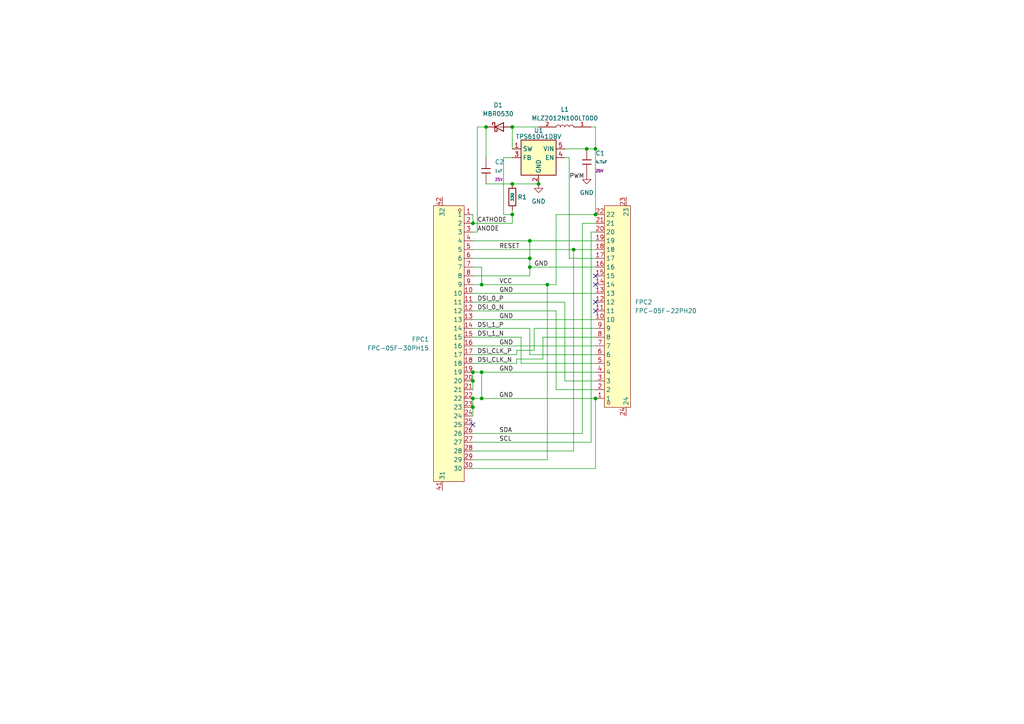
<source format=kicad_sch>
(kicad_sch (version 20250114) (generator "eeschema") (generator_version "9.0")
  (paper "A4")
  (lib_symbols
    (symbol "Diode:MBR0530" (pin_numbers (hide yes)) (pin_names (offset 1.016) (hide yes))
      (property "Reference" "D" (at 0 2.54 0))
      (property "Value" "MBR0530" (at 0 -2.54 0))
      (symbol "MBR0530_0_1"
        (polyline (pts (xy -1.905 0.635) (xy -1.905 1.27) (xy -1.27 1.27) (xy -1.27 -1.27) (xy -0.635 -1.27) (xy -0.635 -0.635)) (stroke (width 0.254)))
        (polyline (pts (xy 1.27 1.27) (xy 1.27 -1.27) (xy -1.27 0) (xy 1.27 1.27)) (stroke (width 0.254)))
        (polyline (pts (xy 1.27 0) (xy -1.27 0)))
      )
      (symbol "MBR0530_1_1"
        (pin passive line (at -3.81 0 0) (length 2.54) (name "K") (number "1"))
        (pin passive line (at 3.81 0 180) (length 2.54) (name "A") (number "2"))
      )
    )
    (symbol "MLZ2012N100LT000:MLZ2012N100LT000" (pin_names (offset 1.016))
      (property "Reference" "L" (at -5.0885 1.9082 0))
      (property "Value" "MLZ2012N100LT000" (at -5.0854 -2.5427 0))
      (symbol "MLZ2012N100LT000_0_0"
        (arc (start -1.27 0) (mid -1.9082 -0.5747) (end -2.54 0) (stroke (width 0.1524)))
        (arc (start 0 0) (mid -0.6382 -0.5747) (end -1.27 0) (stroke (width 0.1524)))
        (arc (start 1.27 0) (mid 0.6318 -0.5747) (end 0 0) (stroke (width 0.1524)))
        (arc (start 2.54 0) (mid 1.9018 -0.5747) (end 1.27 0) (stroke (width 0.1524)))
        (pin passive line (at -7.62 0 0) (length 5.08) (name "~") (number "1"))
        (pin passive line (at 7.62 0 180) (length 5.08) (name "~") (number "2"))
      )
    )
    (symbol "PCM_JLCPCB-Capacitors:0402,1uF" (pin_numbers (hide yes)) (pin_names (offset 0))
      (property "Reference" "C" (at 2.032 1.668 0))
      (property "Value" "1uF" (at 2.032 -0.3782 0))
      (property "Voltage Rated" "25V" (at 2.032 -2.0462 0))
      (symbol "0402,1uF_0_1"
        (polyline (pts (xy -1.27 0.635) (xy 1.27 0.635)) (stroke (width 0.254)))
        (polyline (pts (xy -1.27 -0.635) (xy 1.27 -0.635)) (stroke (width 0.254)))
      )
      (symbol "0402,1uF_1_1"
        (pin passive line (at 0 3.81 270) (length 3.175) (name "~") (number "1"))
        (pin passive line (at 0 -3.81 90) (length 3.175) (name "~") (number "2"))
      )
    )
    (symbol "PCM_JLCPCB-Capacitors:0805,4.7uF" (pin_numbers (hide yes)) (pin_names (offset 0))
      (property "Reference" "C" (at 2.032 1.668 0))
      (property "Value" "4.7uF" (at 2.032 -0.3782 0))
      (property "Voltage Rated" "25V" (at 2.032 -2.0462 0))
      (symbol "0805,4.7uF_0_1"
        (polyline (pts (xy -1.27 0.635) (xy 1.27 0.635)) (stroke (width 0.254)))
        (polyline (pts (xy -1.27 -0.635) (xy 1.27 -0.635)) (stroke (width 0.254)))
      )
      (symbol "0805,4.7uF_1_1"
        (pin passive line (at 0 3.81 270) (length 3.175) (name "~") (number "1"))
        (pin passive line (at 0 -3.81 90) (length 3.175) (name "~") (number "2"))
      )
    )
    (symbol "PCM_JLCPCB-Resistors:0805,33Ω" (pin_numbers (hide yes)) (pin_names (offset 0))
      (property "Reference" "R" (at 1.778 0 0))
      (property "Value" "33Ω" (at 0 0 90))
      (symbol "0805,33Ω_0_1"
        (rectangle (start -1.016 2.54) (end 1.016 -2.54) (stroke (width 0.254)))
      )
      (symbol "0805,33Ω_1_1"
        (pin passive line (at 0 3.81 270) (length 1.27) (name "~") (number "1"))
        (pin passive line (at 0 -3.81 90) (length 1.27) (name "~") (number "2"))
      )
    )
    (symbol "Regulator_Switching:TPS61041DBV"
      (property "Reference" "U" (at -5.08 6.35 0))
      (property "Value" "TPS61041DBV" (at 0 6.35 0))
      (symbol "TPS61041DBV_0_1"
        (rectangle (start -5.08 5.08) (end 5.08 -5.08) (stroke (width 0.254)) (fill (type background)))
      )
      (symbol "TPS61041DBV_1_1"
        (pin power_in line (at -7.62 2.54 0) (length 2.54) (name "VIN") (number "5"))
        (pin input line (at -7.62 0 0) (length 2.54) (name "EN") (number "4"))
        (pin power_in line (at 0 -7.62 90) (length 2.54) (name "GND") (number "2"))
        (pin power_out line (at 7.62 2.54 180) (length 2.54) (name "SW") (number "1"))
        (pin input line (at 7.62 0 180) (length 2.54) (name "FB") (number "3"))
      )
    )
    (symbol "easyeda2kicad:FPC-05F-22PH20"
      (property "Reference" "FPC" (at 0 36.83 0))
      (property "Value" "FPC-05F-22PH20" (at 0 -36.83 0))
      (symbol "FPC-05F-22PH20_0_1"
        (rectangle (start -2.54 29.21) (end 5.08 -29.21) (fill (type background)))
        (circle (center -1.27 27.94) (radius 0.38))
        (pin unspecified line (at -5.08 26.67 0) (length 2.54) (name "1") (number "1"))
        (pin unspecified line (at -5.08 24.13 0) (length 2.54) (name "2") (number "2"))
        (pin unspecified line (at -5.08 21.59 0) (length 2.54) (name "3") (number "3"))
        (pin unspecified line (at -5.08 19.05 0) (length 2.54) (name "4") (number "4"))
        (pin unspecified line (at -5.08 16.51 0) (length 2.54) (name "5") (number "5"))
        (pin unspecified line (at -5.08 13.97 0) (length 2.54) (name "6") (number "6"))
        (pin unspecified line (at -5.08 11.43 0) (length 2.54) (name "7") (number "7"))
        (pin unspecified line (at -5.08 8.89 0) (length 2.54) (name "8") (number "8"))
        (pin unspecified line (at -5.08 6.35 0) (length 2.54) (name "9") (number "9"))
        (pin unspecified line (at -5.08 3.81 0) (length 2.54) (name "10") (number "10"))
        (pin unspecified line (at -5.08 1.27 0) (length 2.54) (name "11") (number "11"))
        (pin unspecified line (at -5.08 -1.27 0) (length 2.54) (name "12") (number "12"))
        (pin unspecified line (at -5.08 -3.81 0) (length 2.54) (name "13") (number "13"))
        (pin unspecified line (at -5.08 -6.35 0) (length 2.54) (name "14") (number "14"))
        (pin unspecified line (at -5.08 -8.89 0) (length 2.54) (name "15") (number "15"))
        (pin unspecified line (at -5.08 -11.43 0) (length 2.54) (name "16") (number "16"))
        (pin unspecified line (at -5.08 -13.97 0) (length 2.54) (name "17") (number "17"))
        (pin unspecified line (at -5.08 -16.51 0) (length 2.54) (name "18") (number "18"))
        (pin unspecified line (at -5.08 -19.05 0) (length 2.54) (name "19") (number "19"))
        (pin unspecified line (at -5.08 -21.59 0) (length 2.54) (name "20") (number "20"))
        (pin unspecified line (at -5.08 -24.13 0) (length 2.54) (name "21") (number "21"))
        (pin unspecified line (at -5.08 -26.67 0) (length 2.54) (name "22") (number "22"))
        (pin unspecified line (at 3.81 31.75 270) (length 2.54) (name "24") (number "24"))
        (pin unspecified line (at 3.81 -31.75 90) (length 2.54) (name "23") (number "23"))
      )
    )
    (symbol "easyeda2kicad:FPC-05F-30PH15"
      (property "Reference" "FPC" (at 0 48.26 0))
      (property "Value" "FPC-05F-30PH15" (at 0 -46.99 0))
      (symbol "FPC-05F-30PH15_0_1"
        (rectangle (start -3.81 40.64) (end 5.08 -39.37) (fill (type background)))
        (circle (center -2.54 39.37) (radius 0.38))
        (pin unspecified line (at -6.35 38.1 0) (length 2.54) (name "1") (number "1"))
        (pin unspecified line (at -6.35 35.56 0) (length 2.54) (name "2") (number "2"))
        (pin unspecified line (at -6.35 33.02 0) (length 2.54) (name "3") (number "3"))
        (pin unspecified line (at -6.35 30.48 0) (length 2.54) (name "4") (number "4"))
        (pin unspecified line (at -6.35 27.94 0) (length 2.54) (name "5") (number "5"))
        (pin unspecified line (at -6.35 25.4 0) (length 2.54) (name "6") (number "6"))
        (pin unspecified line (at -6.35 22.86 0) (length 2.54) (name "7") (number "7"))
        (pin unspecified line (at -6.35 20.32 0) (length 2.54) (name "8") (number "8"))
        (pin unspecified line (at -6.35 17.78 0) (length 2.54) (name "9") (number "9"))
        (pin unspecified line (at -6.35 15.24 0) (length 2.54) (name "10") (number "10"))
        (pin unspecified line (at -6.35 12.7 0) (length 2.54) (name "11") (number "11"))
        (pin unspecified line (at -6.35 10.16 0) (length 2.54) (name "12") (number "12"))
        (pin unspecified line (at -6.35 7.62 0) (length 2.54) (name "13") (number "13"))
        (pin unspecified line (at -6.35 5.08 0) (length 2.54) (name "14") (number "14"))
        (pin unspecified line (at -6.35 2.54 0) (length 2.54) (name "15") (number "15"))
        (pin unspecified line (at -6.35 0 0) (length 2.54) (name "16") (number "16"))
        (pin unspecified line (at -6.35 -2.54 0) (length 2.54) (name "17") (number "17"))
        (pin unspecified line (at -6.35 -5.08 0) (length 2.54) (name "18") (number "18"))
        (pin unspecified line (at -6.35 -7.62 0) (length 2.54) (name "19") (number "19"))
        (pin unspecified line (at -6.35 -10.16 0) (length 2.54) (name "20") (number "20"))
        (pin unspecified line (at -6.35 -12.7 0) (length 2.54) (name "21") (number "21"))
        (pin unspecified line (at -6.35 -15.24 0) (length 2.54) (name "22") (number "22"))
        (pin unspecified line (at -6.35 -17.78 0) (length 2.54) (name "23") (number "23"))
        (pin unspecified line (at -6.35 -20.32 0) (length 2.54) (name "24") (number "24"))
        (pin unspecified line (at -6.35 -22.86 0) (length 2.54) (name "25") (number "25"))
        (pin unspecified line (at -6.35 -25.4 0) (length 2.54) (name "26") (number "26"))
        (pin unspecified line (at -6.35 -27.94 0) (length 2.54) (name "27") (number "27"))
        (pin unspecified line (at -6.35 -30.48 0) (length 2.54) (name "28") (number "28"))
        (pin unspecified line (at -6.35 -33.02 0) (length 2.54) (name "29") (number "29"))
        (pin unspecified line (at -6.35 -35.56 0) (length 2.54) (name "30") (number "30"))
        (pin unspecified line (at 2.54 43.18 270) (length 2.54) (name "32") (number "42"))
        (pin unspecified line (at 2.54 -41.91 90) (length 2.54) (name "31") (number "41"))
      )
    )
    (symbol "power:GND" (power) (pin_numbers (hide yes)) (pin_names (offset 0) (hide yes))
      (property "Value" "GND" (at 0 -3.81 0))
      (symbol "GND_0_1"
        (polyline (pts (xy 0 0) (xy 0 -1.27) (xy 1.27 -1.27) (xy 0 -2.54) (xy -1.27 -1.27) (xy 0 -1.27)))
      )
      (symbol "GND_1_1"
        (pin power_in line (at 0 0 270) (length 0) (name "~") (number "1"))
      )
    )
  )
  (junction (at 137.16 118.11))
  (junction (at 166.37 72.39))
  (junction (at 139.7 82.55))
  (junction (at 148.59 36.83))
  (junction (at 153.67 77.47))
  (junction (at 137.16 107.95))
  (junction (at 156.21 53.34))
  (junction (at 137.16 110.49))
  (junction (at 139.7 107.95))
  (junction (at 148.59 62.23))
  (junction (at 139.7 115.57))
  (junction (at 137.16 115.57))
  (junction (at 158.75 82.55))
  (junction (at 153.67 74.93))
  (junction (at 172.72 62.23))
  (junction (at 148.59 53.34))
  (junction (at 170.18 43.18))
  (junction (at 137.16 64.77))
  (junction (at 140.97 36.83))
  (junction (at 153.67 69.85))
  (junction (at 172.72 43.18))
  (junction (at 172.72 115.57))
  (no_connect (at 172.72 90.17))
  (no_connect (at 172.72 80.01))
  (no_connect (at 137.16 123.19))
  (no_connect (at 172.72 82.55))
  (no_connect (at 172.72 87.63))
  (wire (pts (xy 154.94 95.25) (xy 172.72 95.25)))
  (wire (pts (xy 149.86 104.14) (xy 157.48 104.14)))
  (wire (pts (xy 137.16 90.17) (xy 161.29 90.17)))
  (wire (pts (xy 172.72 62.23) (xy 172.72 43.18)))
  (wire (pts (xy 149.86 101.6) (xy 154.94 101.6)))
  (wire (pts (xy 157.48 97.79) (xy 172.72 97.79)))
  (wire (pts (xy 153.67 102.87) (xy 172.72 102.87)))
  (wire (pts (xy 161.29 113.03) (xy 172.72 113.03)))
  (wire (pts (xy 148.59 45.72) (xy 146.05 45.72)))
  (wire (pts (xy 139.7 115.57) (xy 172.72 115.57)))
  (wire (pts (xy 137.16 115.57) (xy 137.16 118.11)))
  (wire (pts (xy 137.16 107.95) (xy 137.16 110.49)))
  (wire (pts (xy 168.91 64.77) (xy 172.72 64.77)))
  (wire (pts (xy 148.59 62.23) (xy 148.59 64.77)))
  (wire (pts (xy 138.43 36.83) (xy 140.97 36.83)))
  (wire (pts (xy 146.05 62.23) (xy 148.59 62.23)))
  (wire (pts (xy 151.13 105.41) (xy 172.72 105.41)))
  (wire (pts (xy 137.16 87.63) (xy 163.83 87.63)))
  (wire (pts (xy 137.16 64.77) (xy 148.59 64.77)))
  (wire (pts (xy 165.1 45.72) (xy 165.1 74.93)))
  (wire (pts (xy 161.29 90.17) (xy 161.29 113.03)))
  (wire (pts (xy 171.45 36.83) (xy 172.72 36.83)))
  (wire (pts (xy 166.37 72.39) (xy 172.72 72.39)))
  (wire (pts (xy 172.72 36.83) (xy 172.72 43.18)))
  (wire (pts (xy 148.59 36.83) (xy 156.21 36.83)))
  (wire (pts (xy 148.59 60.96) (xy 148.59 62.23)))
  (wire (pts (xy 161.29 82.55) (xy 161.29 62.23)))
  (wire (pts (xy 137.16 95.25) (xy 153.67 95.25)))
  (wire (pts (xy 139.7 77.47) (xy 139.7 82.55)))
  (wire (pts (xy 146.05 45.72) (xy 146.05 62.23)))
  (wire (pts (xy 139.7 107.95) (xy 139.7 115.57)))
  (wire (pts (xy 166.37 130.81) (xy 166.37 72.39)))
  (wire (pts (xy 137.16 135.89) (xy 172.72 135.89)))
  (wire (pts (xy 157.48 104.14) (xy 157.48 97.79)))
  (wire (pts (xy 137.16 77.47) (xy 139.7 77.47)))
  (wire (pts (xy 153.67 95.25) (xy 153.67 102.87)))
  (wire (pts (xy 149.86 102.87) (xy 149.86 101.6)))
  (wire (pts (xy 154.94 101.6) (xy 154.94 95.25)))
  (wire (pts (xy 153.67 77.47) (xy 172.72 77.47)))
  (wire (pts (xy 137.16 97.79) (xy 151.13 97.79)))
  (wire (pts (xy 137.16 69.85) (xy 153.67 69.85)))
  (wire (pts (xy 139.7 82.55) (xy 158.75 82.55)))
  (wire (pts (xy 139.7 107.95) (xy 172.72 107.95)))
  (wire (pts (xy 137.16 74.93) (xy 153.67 74.93)))
  (wire (pts (xy 153.67 69.85) (xy 172.72 69.85)))
  (wire (pts (xy 163.83 110.49) (xy 172.72 110.49)))
  (wire (pts (xy 137.16 82.55) (xy 139.7 82.55)))
  (wire (pts (xy 140.97 36.83) (xy 140.97 45.72)))
  (wire (pts (xy 137.16 105.41) (xy 149.86 105.41)))
  (wire (pts (xy 137.16 80.01) (xy 153.67 80.01)))
  (wire (pts (xy 163.83 43.18) (xy 170.18 43.18)))
  (wire (pts (xy 151.13 97.79) (xy 151.13 105.41)))
  (wire (pts (xy 161.29 62.23) (xy 172.72 62.23)))
  (wire (pts (xy 149.86 105.41) (xy 149.86 104.14)))
  (wire (pts (xy 137.16 107.95) (xy 139.7 107.95)))
  (wire (pts (xy 137.16 133.35) (xy 158.75 133.35)))
  (wire (pts (xy 137.16 102.87) (xy 149.86 102.87)))
  (wire (pts (xy 172.72 74.93) (xy 165.1 74.93)))
  (wire (pts (xy 148.59 53.34) (xy 156.21 53.34)))
  (wire (pts (xy 137.16 62.23) (xy 137.16 64.77)))
  (wire (pts (xy 137.16 110.49) (xy 137.16 113.03)))
  (wire (pts (xy 171.45 128.27) (xy 137.16 128.27)))
  (wire (pts (xy 137.16 92.71) (xy 172.72 92.71)))
  (wire (pts (xy 163.83 45.72) (xy 165.1 45.72)))
  (wire (pts (xy 158.75 82.55) (xy 158.75 133.35)))
  (wire (pts (xy 137.16 72.39) (xy 166.37 72.39)))
  (wire (pts (xy 137.16 130.81) (xy 166.37 130.81)))
  (wire (pts (xy 137.16 100.33) (xy 172.72 100.33)))
  (wire (pts (xy 137.16 125.73) (xy 168.91 125.73)))
  (wire (pts (xy 172.72 43.18) (xy 170.18 43.18)))
  (wire (pts (xy 140.97 53.34) (xy 148.59 53.34)))
  (wire (pts (xy 168.91 64.77) (xy 168.91 125.73)))
  (wire (pts (xy 153.67 69.85) (xy 153.67 74.93)))
  (wire (pts (xy 137.16 118.11) (xy 137.16 120.65)))
  (wire (pts (xy 172.72 67.31) (xy 171.45 67.31)))
  (wire (pts (xy 138.43 67.31) (xy 137.16 67.31)))
  (wire (pts (xy 158.75 82.55) (xy 161.29 82.55)))
  (wire (pts (xy 137.16 85.09) (xy 172.72 85.09)))
  (wire (pts (xy 163.83 87.63) (xy 163.83 110.49)))
  (wire (pts (xy 172.72 115.57) (xy 172.72 135.89)))
  (wire (pts (xy 153.67 74.93) (xy 153.67 77.47)))
  (wire (pts (xy 171.45 67.31) (xy 171.45 128.27)))
  (wire (pts (xy 148.59 36.83) (xy 148.59 43.18)))
  (wire (pts (xy 153.67 80.01) (xy 153.67 77.47)))
  (wire (pts (xy 138.43 36.83) (xy 138.43 67.31)))
  (wire (pts (xy 137.16 115.57) (xy 139.7 115.57)))
  (label "SDA" (at 144.78 125.73 0))
  (label "CATHODE" (at 138.43 64.77 0))
  (label "DSI_CLK_N" (at 138.43 105.41 0))
  (label "ANODE" (at 138.43 67.31 0))
  (label "DSI_1_P" (at 138.43 95.25 0))
  (label "GND" (at 144.78 107.95 0))
  (label "SCL" (at 144.78 128.27 0))
  (label "GND" (at 144.78 85.09 0))
  (label "GND" (at 144.78 92.71 0))
  (label "PWM" (at 165.1 52.07 0))
  (label "GND" (at 144.78 115.57 0))
  (label "DSI_1_N" (at 138.43 97.79 0))
  (label "VCC" (at 144.78 82.55 0))
  (label "DSI_0_P" (at 138.43 87.63 0))
  (label "RESET" (at 144.78 72.39 0))
  (label "GND" (at 154.94 77.47 0))
  (label "DSI_0_N" (at 138.43 90.17 0))
  (label "DSI_CLK_P" (at 138.43 102.87 0))
  (label "GND" (at 144.78 100.33 0))
  (symbol (lib_id "PCM_JLCPCB-Resistors:0805,33Ω") (at 148.59 57.15 0) (unit 1)
    (property "Reference" "R1" (at 150.114 57.15 0) (effects (justify left)))
    (property "Value" "33Ω" (at 148.59 57.15 90) (effects (font (size 0.8 0.8))))
    (property "Footprint" "PCM_JLCPCB:R_0805" (effects (hide yes)))
    (property "Datasheet" "https://www.lcsc.com/datasheet/lcsc_datasheet_2205311830_UNI-ROYAL-Uniroyal-Elec-0805W8F330JT5E_C17634.pdf" (effects (hide yes)))
    (property "Description" "125mW Thick Film Resistors 150V ±1% ±200ppm/°C 33Ω 0805 Chip Resistor - Surface Mount ROHS" (effects (hide yes)))
    (property "LCSC" "C17634" (effects (hide yes)))
    (property "Stock" "335994" (effects (hide yes)))
    (property "Price" "0.005USD" (effects (hide yes)))
    (property "Process" "SMT" (effects (hide yes)))
    (property "Minimum Qty" "20" (effects (hide yes)))
    (property "Attrition Qty" "10" (effects (hide yes)))
    (property "Class" "Basic Component" (effects (hide yes)))
    (property "Category" "Resistors,Chip Resistor - Surface Mount" (effects (hide yes)))
    (property "Manufacturer" "UNI-ROYAL(Uniroyal Elec)" (effects (hide yes)))
    (property "Part" "0805W8F330JT5E" (effects (hide yes)))
    (property "Resistance" "33Ω" (effects (hide yes)))
    (property "Power(Watts)" "125mW" (effects (hide yes)))
    (property "Type" "Thick Film Resistors" (effects (hide yes)))
    (property "Overload Voltage (Max)" "150V" (effects (hide yes)))
    (property "Operating Temperature Range" "-55°C~+155°C" (effects (hide yes)))
    (property "Tolerance" "±1%" (effects (hide yes)))
    (property "Temperature Coefficient" "±200ppm/°C" (effects (hide yes)))
  )
  (symbol (lib_id "MLZ2012N100LT000:MLZ2012N100LT000") (at 163.83 36.83 180) (unit 1)
    (property "Reference" "L1" (at 163.83 31.75 0))
    (property "Value" "MLZ2012N100LT000" (at 163.83 34.29 0))
    (property "Footprint" "MLZ2012N100LT000:INDC2012X145N" (effects (hide yes)))
  )
  (symbol (lib_id "easyeda2kicad:FPC-05F-30PH15") (at 130.81 100.33 0) (mirror y) (unit 1)
    (property "Reference" "FPC1" (at 124.46 98.4249 0) (effects (justify left)))
    (property "Value" "FPC-05F-30PH15" (at 124.46 100.9649 0) (effects (justify left)))
    (property "Footprint" "easyeda2kicad:FPC-SMD_30P-P0.50_XUNPU_FPC-05F-30PH15" (effects (hide yes)))
    (property "LCSC Part" "C2856824" (effects (hide yes)))
  )
  (symbol (lib_id "easyeda2kicad:FPC-05F-22PH20") (at 177.8 88.9 0) (mirror x) (unit 1)
    (property "Reference" "FPC2" (at 184.15 87.6299 0) (effects (justify left)))
    (property "Value" "FPC-05F-22PH20" (at 184.15 90.1699 0) (effects (justify left)))
    (property "Footprint" "easyeda2kicad:FPC-SMD_22P-P0.50_FPC-05F-22PH20" (effects (hide yes)))
    (property "LCSC Part" "C2856804" (effects (hide yes)))
  )
  (symbol (lib_id "PCM_JLCPCB-Capacitors:0402,1uF") (at 140.97 49.53 0) (unit 1)
    (property "Reference" "C2" (at 143.51 46.9899 0) (effects (justify left)))
    (property "Value" "1uF" (at 143.51 49.53 0) (effects (font (size 0.8 0.8)) (justify left)))
    (property "Footprint" "PCM_JLCPCB:C_0402" (effects (hide yes)))
    (property "Datasheet" "https://www.lcsc.com/datasheet/lcsc_datasheet_2304140030_Samsung-Electro-Mechanics-CL05A105KA5NQNC_C52923.pdf" (effects (hide yes)))
    (property "Description" "25V 1uF X5R ±10% 0402 Multilayer Ceramic Capacitors MLCC - SMD/SMT ROHS" (effects (hide yes)))
    (property "LCSC" "C52923" (effects (hide yes)))
    (property "Stock" "7021828" (effects (hide yes)))
    (property "Price" "0.006USD" (effects (hide yes)))
    (property "Process" "SMT" (effects (hide yes)))
    (property "Minimum Qty" "20" (effects (hide yes)))
    (property "Attrition Qty" "10" (effects (hide yes)))
    (property "Class" "Basic Component" (effects (hide yes)))
    (property "Category" "Capacitors,Multilayer Ceramic Capacitors MLCC - SMD/SMT" (effects (hide yes)))
    (property "Manufacturer" "Samsung Electro-Mechanics" (effects (hide yes)))
    (property "Part" "CL05A105KA5NQNC" (effects (hide yes)))
    (property "Voltage Rated" "25V" (at 143.51 52.07 0) (effects (font (size 0.8 0.8)) (justify left)))
    (property "Tolerance" "±10%" (effects (hide yes)))
    (property "Capacitance" "1uF" (effects (hide yes)))
    (property "Temperature Coefficient" "X5R" (effects (hide yes)))
  )
  (symbol (lib_id "Diode:MBR0530") (at 144.78 36.83 0) (unit 1)
    (property "Reference" "D1" (at 144.4625 30.48 0))
    (property "Value" "MBR0530" (at 144.4625 33.02 0))
    (property "Footprint" "Diode_SMD:D_SOD-123" (effects (hide yes)))
    (property "Datasheet" "http://www.mccsemi.com/up_pdf/MBR0520~MBR0580(SOD123).pdf" (effects (hide yes)))
    (property "Description" "30V 0.5A Schottky Power Rectifier Diode, SOD-123" (effects (hide yes)))
  )
  (symbol (lib_id "power:GND") (at 170.18 50.8 0) (unit 1)
    (property "Reference" "#PWR02" (effects (hide yes)))
    (property "Value" "GND" (at 170.18 55.88 0))
    (property "Description" "Power symbol creates a global label with name \"GND\" , ground" (effects (hide yes)))
  )
  (symbol (lib_id "PCM_JLCPCB-Capacitors:0805,4.7uF") (at 170.18 46.99 0) (unit 1)
    (property "Reference" "C1" (at 172.72 44.4499 0) (effects (justify left)))
    (property "Value" "4.7uF" (at 172.72 46.99 0) (effects (font (size 0.8 0.8)) (justify left)))
    (property "Footprint" "PCM_JLCPCB:C_0805" (effects (hide yes)))
    (property "Datasheet" "https://www.lcsc.com/datasheet/lcsc_datasheet_2304140030_Samsung-Electro-Mechanics-CL21A475KAQNNNE_C1779.pdf" (effects (hide yes)))
    (property "Description" "25V 4.7uF X5R ±10% 0805 Multilayer Ceramic Capacitors MLCC - SMD/SMT ROHS" (effects (hide yes)))
    (property "LCSC" "C1779" (effects (hide yes)))
    (property "Stock" "1824431" (effects (hide yes)))
    (property "Price" "0.015USD" (effects (hide yes)))
    (property "Process" "SMT" (effects (hide yes)))
    (property "Minimum Qty" "20" (effects (hide yes)))
    (property "Attrition Qty" "10" (effects (hide yes)))
    (property "Class" "Basic Component" (effects (hide yes)))
    (property "Category" "Capacitors,Multilayer Ceramic Capacitors MLCC - SMD/SMT" (effects (hide yes)))
    (property "Manufacturer" "Samsung Electro-Mechanics" (effects (hide yes)))
    (property "Part" "CL21A475KAQNNNE" (effects (hide yes)))
    (property "Voltage Rated" "25V" (at 172.72 49.53 0) (effects (font (size 0.8 0.8)) (justify left)))
    (property "Tolerance" "±10%" (effects (hide yes)))
    (property "Capacitance" "4.7uF" (effects (hide yes)))
    (property "Temperature Coefficient" "X5R" (effects (hide yes)))
  )
  (symbol (lib_id "power:GND") (at 156.21 53.34 0) (unit 1)
    (property "Reference" "#PWR01" (effects (hide yes)))
    (property "Value" "GND" (at 156.21 58.42 0))
    (property "Description" "Power symbol creates a global label with name \"GND\" , ground" (effects (hide yes)))
  )
  (symbol (lib_id "Regulator_Switching:TPS61041DBV") (at 156.21 45.72 0) (mirror y) (unit 1)
    (property "Reference" "U1" (at 156.21 37.846 0))
    (property "Value" "TPS61041DBV" (at 156.21 39.624 0))
    (property "Footprint" "Package_TO_SOT_SMD:SOT-23-5" (effects (hide yes)))
    (property "Datasheet" "http://www.ti.com/lit/ds/symlink/tps61040.pdf" (effects (hide yes)))
    (property "Description" "Synchronous Boost Regulator, Adjustable Output up to 28V, 250 mA Switch Current Limit, SOT-23-5" (effects (hide yes)))
  )
)
</source>
